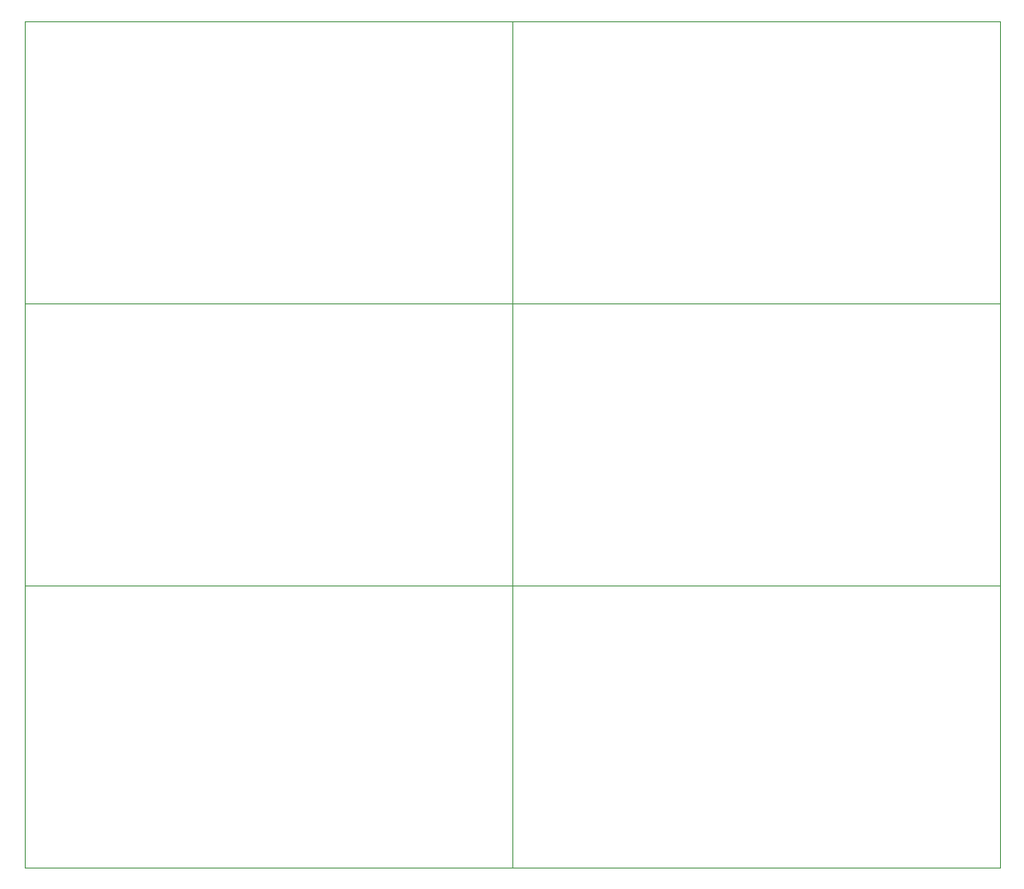
<source format=gbr>
G04 #@! TF.GenerationSoftware,KiCad,Pcbnew,5.1.5+dfsg1-2build2*
G04 #@! TF.CreationDate,2021-09-29T17:52:59-05:00*
G04 #@! TF.ProjectId,,58585858-5858-4585-9858-585858585858,rev?*
G04 #@! TF.SameCoordinates,Original*
G04 #@! TF.FileFunction,Legend,Bot*
G04 #@! TF.FilePolarity,Positive*
%FSLAX46Y46*%
G04 Gerber Fmt 4.6, Leading zero omitted, Abs format (unit mm)*
G04 Created by KiCad (PCBNEW 5.1.5+dfsg1-2build2) date 2021-09-29 17:52:59*
%MOMM*%
%LPD*%
G04 APERTURE LIST*
%ADD10C,0.050000*%
G04 APERTURE END LIST*
D10*
X147254000Y-95057000D02*
X147254000Y-122997000D01*
X98994000Y-95057000D02*
X98994000Y-122997000D01*
X147254000Y-67117000D02*
X147254000Y-95057000D01*
X98994000Y-67117000D02*
X98994000Y-95057000D01*
X147254000Y-39177000D02*
X147254000Y-67117000D01*
X98994000Y-122997000D02*
X147254000Y-122997000D01*
X50734000Y-122997000D02*
X98994000Y-122997000D01*
X98994000Y-95057000D02*
X147254000Y-95057000D01*
X50734000Y-95057000D02*
X98994000Y-95057000D01*
X98994000Y-67117000D02*
X147254000Y-67117000D01*
X98994000Y-95057000D02*
X147254000Y-95057000D01*
X50734000Y-95057000D02*
X98994000Y-95057000D01*
X98994000Y-67117000D02*
X147254000Y-67117000D01*
X50734000Y-67117000D02*
X98994000Y-67117000D01*
X98994000Y-39177000D02*
X147254000Y-39177000D01*
X98994000Y-95057000D02*
X98994000Y-122997000D01*
X50734000Y-95057000D02*
X50734000Y-122997000D01*
X98994000Y-67117000D02*
X98994000Y-95057000D01*
X50734000Y-67117000D02*
X50734000Y-95057000D01*
X98994000Y-39177000D02*
X98994000Y-67117000D01*
X98994000Y-39177000D02*
X98994000Y-67117000D01*
X50734000Y-67117000D02*
X98994000Y-67117000D01*
X50734000Y-39177000D02*
X98994000Y-39177000D01*
X50734000Y-39177000D02*
X50734000Y-67117000D01*
M02*

</source>
